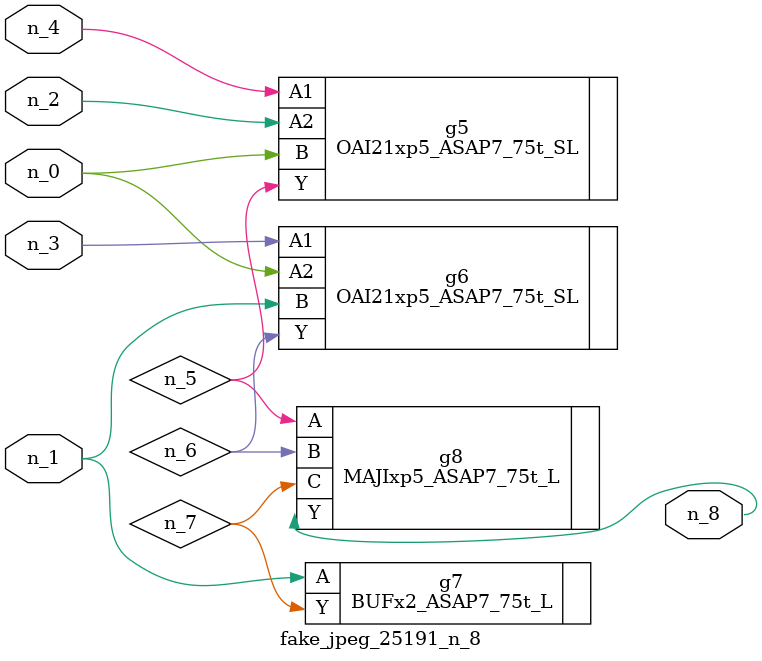
<source format=v>
module fake_jpeg_25191_n_8 (n_3, n_2, n_1, n_0, n_4, n_8);

input n_3;
input n_2;
input n_1;
input n_0;
input n_4;

output n_8;

wire n_6;
wire n_5;
wire n_7;

OAI21xp5_ASAP7_75t_SL g5 ( 
.A1(n_4),
.A2(n_2),
.B(n_0),
.Y(n_5)
);

OAI21xp5_ASAP7_75t_SL g6 ( 
.A1(n_3),
.A2(n_0),
.B(n_1),
.Y(n_6)
);

BUFx2_ASAP7_75t_L g7 ( 
.A(n_1),
.Y(n_7)
);

MAJIxp5_ASAP7_75t_L g8 ( 
.A(n_5),
.B(n_6),
.C(n_7),
.Y(n_8)
);


endmodule
</source>
